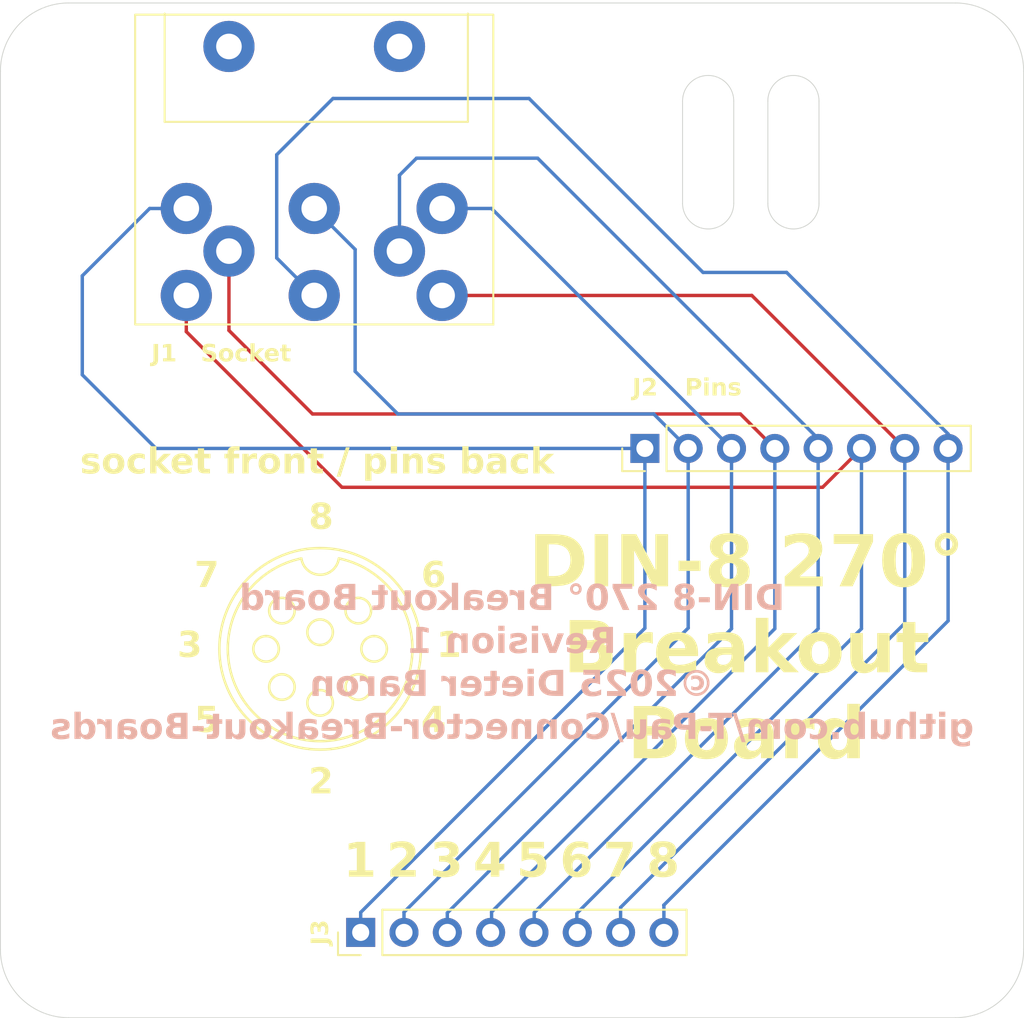
<source format=kicad_pcb>
(kicad_pcb (version 20241229) (generator "pcbnew") (generator_version "9.0")
  (layers (0 "F.Cu" signal) (2 "B.Cu" signal) (13 "F.Paste" user) (15 "B.Paste" user) (5 "F.SilkS" user "F.Silkscreen") (7 "B.SilkS" user "B.Silkscreen") (1 "F.Mask" user) (3 "B.Mask" user) (25 "Edge.Cuts" user))
  (net 0 "")
  (net 1 "Net-(J2-Pin_6)")
  (net 2 "Net-(J2-Pin_2)")
  (net 3 "Net-(J2-Pin_5)")
  (net 4 "Net-(J2-Pin_1)")
  (net 5 "Net-(J2-Pin_4)")
  (net 6 "Net-(J2-Pin_3)")
  (net 7 "Net-(J2-Pin_7)")
  (net 8 "Net-(J2-Pin_8)")
  (footprint "Connector_PinHeader_2.54mm:PinHeader_1x08_P2.54mm_Vertical" (layer "F.Cu") (at 107.79 90.12 90)
    (property "Reference" "J2" (at 3.52 0.01 0) (layer "F.SilkS"))
    (property "Value" "Pins" (at 3.52 4.01 0) (layer "F.SilkS"))
    (fp_line (start -1.33 -1.33) (end 0 -1.33) (stroke (width 0.12)) (layer "F.SilkS"))
    (fp_line (start -1.33 0) (end -1.33 -1.33) (stroke (width 0.12)) (layer "F.SilkS"))
    (fp_line (start 1.33 1.27) (end 1.33 19.11) (stroke (width 0.12)) (layer "F.SilkS"))
    (fp_line (start -1.33 1.27) (end 1.33 1.27) (stroke (width 0.12)) (layer "F.SilkS"))
    (fp_line (start -1.33 1.27) (end -1.33 19.11) (stroke (width 0.12)) (layer "F.SilkS"))
    (fp_line (start -1.33 19.11) (end 1.33 19.11) (stroke (width 0.12)) (layer "F.SilkS"))
    (pad "1" thru_hole rect (at 0 0 90) (size 1.7 1.7) (drill 1) (layers "*.Cu" "*.Mask") (net 4 "Net-(J2-Pin_1)"))
    (pad "2" thru_hole oval (at 0 2.54 90) (size 1.7 1.7) (drill 1) (layers "*.Cu" "*.Mask") (net 2 "Net-(J2-Pin_2)"))
    (pad "3" thru_hole oval (at 0 5.08 90) (size 1.7 1.7) (drill 1) (layers "*.Cu" "*.Mask") (net 6 "Net-(J2-Pin_3)"))
    (pad "4" thru_hole oval (at 0 7.62 90) (size 1.7 1.7) (drill 1) (layers "*.Cu" "*.Mask") (net 5 "Net-(J2-Pin_4)"))
    (pad "5" thru_hole oval (at 0 10.16 90) (size 1.7 1.7) (drill 1) (layers "*.Cu" "*.Mask") (net 3 "Net-(J2-Pin_5)"))
    (pad "6" thru_hole oval (at 0 12.7 90) (size 1.7 1.7) (drill 1) (layers "*.Cu" "*.Mask") (net 1 "Net-(J2-Pin_6)"))
    (pad "7" thru_hole oval (at 0 15.24 90) (size 1.7 1.7) (drill 1) (layers "*.Cu" "*.Mask") (net 7 "Net-(J2-Pin_7)"))
    (pad "8" thru_hole oval (at 0 17.78 90) (size 1.7 1.7) (drill 1) (layers "*.Cu" "*.Mask") (net 8 "Net-(J2-Pin_8)"))
  )
  (footprint "T-Pau:DIN-8-270" (layer "F.Cu") (at 80.9 76.05 180)
    (property "Reference" "J1" (at 1.3 -8.55 0) (layer "F.SilkS"))
    (property "Value" "Socket" (at -3.5 -8.55 0) (layer "F.SilkS"))
    (fp_line (start 1.27 5.08) (end 1.27 11.43) (stroke (width 0.12)) (layer "F.SilkS"))
    (fp_line (start -16.51 11.43) (end -16.51 5.08) (stroke (width 0.12)) (layer "F.SilkS"))
    (fp_line (start -16.51 5.08) (end 1.27 5.08) (stroke (width 0.12)) (layer "F.SilkS"))
    (fp_rect (start -18 -6.8) (end 3 11.365) (stroke (width 0.12)) (fill no) (layer "F.SilkS"))
    (pad "0" thru_hole circle (at -12.5 9.5 180) (size 3 3) (drill 1.5) (layers "*.Cu" "*.Mask"))
    (pad "0" thru_hole circle (at -2.5 9.5 180) (size 3 3) (drill 1.5) (layers "*.Cu" "*.Mask"))
    (pad "1" thru_hole circle (at 0 0 180) (size 3 3) (drill 1.5) (layers "*.Cu" "*.Mask") (net 4 "Net-(J2-Pin_1)"))
    (pad "2" thru_hole circle (at -7.5 0 180) (size 3 3) (drill 1.5) (layers "*.Cu" "*.Mask") (net 2 "Net-(J2-Pin_2)"))
    (pad "3" thru_hole circle (at -15 0 180) (size 3 3) (drill 1.5) (layers "*.Cu" "*.Mask") (net 6 "Net-(J2-Pin_3)"))
    (pad "4" thru_hole circle (at -2.5 -2.5 180) (size 3 3) (drill 1.5) (layers "*.Cu" "*.Mask") (net 5 "Net-(J2-Pin_4)"))
    (pad "5" thru_hole circle (at -12.5 -2.5 180) (size 3 3) (drill 1.5) (layers "*.Cu" "*.Mask") (net 3 "Net-(J2-Pin_5)"))
    (pad "6" thru_hole circle (at 0 -5.1 180) (size 3 3) (drill 1.5) (layers "*.Cu" "*.Mask") (net 1 "Net-(J2-Pin_6)"))
    (pad "7" thru_hole circle (at -15 -5.1 180) (size 3 3) (drill 1.5) (layers "*.Cu" "*.Mask") (net 7 "Net-(J2-Pin_7)"))
    (pad "8" thru_hole circle (at -7.5 -5.1 180) (size 3 3) (drill 1.5) (layers "*.Cu" "*.Mask") (net 8 "Net-(J2-Pin_8)"))
  )
  (footprint "Connector_PinHeader_2.54mm:PinHeader_1x08_P2.54mm_Vertical" (layer "F.Cu") (at 91.125 118.5 90)
    (property "Reference" "J3" (at 0 -2.33 90) (layer "F.SilkS"))
    (property "Value" "Breakout")
    (fp_line (start -1.33 -1.33) (end 0 -1.33) (stroke (width 0.12)) (layer "F.SilkS"))
    (fp_line (start -1.33 0) (end -1.33 -1.33) (stroke (width 0.12)) (layer "F.SilkS"))
    (fp_line (start 1.33 1.27) (end 1.33 19.11) (stroke (width 0.12)) (layer "F.SilkS"))
    (fp_line (start -1.33 1.27) (end 1.33 1.27) (stroke (width 0.12)) (layer "F.SilkS"))
    (fp_line (start -1.33 1.27) (end -1.33 19.11) (stroke (width 0.12)) (layer "F.SilkS"))
    (fp_line (start -1.33 19.11) (end 1.33 19.11) (stroke (width 0.12)) (layer "F.SilkS"))
    (pad "1" thru_hole rect (at 0 0 90) (size 1.7 1.7) (drill 1) (layers "*.Cu" "*.Mask") (net 4 "Net-(J2-Pin_1)"))
    (pad "2" thru_hole oval (at 0 2.54 90) (size 1.7 1.7) (drill 1) (layers "*.Cu" "*.Mask") (net 2 "Net-(J2-Pin_2)"))
    (pad "3" thru_hole oval (at 0 5.08 90) (size 1.7 1.7) (drill 1) (layers "*.Cu" "*.Mask") (net 6 "Net-(J2-Pin_3)"))
    (pad "4" thru_hole oval (at 0 7.62 90) (size 1.7 1.7) (drill 1) (layers "*.Cu" "*.Mask") (net 5 "Net-(J2-Pin_4)"))
    (pad "5" thru_hole oval (at 0 10.16 90) (size 1.7 1.7) (drill 1) (layers "*.Cu" "*.Mask") (net 3 "Net-(J2-Pin_5)"))
    (pad "6" thru_hole oval (at 0 12.7 90) (size 1.7 1.7) (drill 1) (layers "*.Cu" "*.Mask") (net 1 "Net-(J2-Pin_6)"))
    (pad "7" thru_hole oval (at 0 15.24 90) (size 1.7 1.7) (drill 1) (layers "*.Cu" "*.Mask") (net 7 "Net-(J2-Pin_7)"))
    (pad "8" thru_hole oval (at 0 17.78 90) (size 1.7 1.7) (drill 1) (layers "*.Cu" "*.Mask") (net 8 "Net-(J2-Pin_8)"))
  )
  (gr_poly (pts (xy 88.784088 104.291625) (xy 88.822122 104.294515) (xy 88.859603 104.299274) (xy 88.896481 104.305855) (xy 88.932711 104.314211) (xy 88.968246 104.324296) (xy 89.003037 104.336061) (xy 89.03704 104.349461) (xy 89.070206 104.364448) (xy 89.102488 104.380976) (xy 89.13384 104.398997) (xy 89.164214 104.418464) (xy 89.193565 104.439331) (xy 89.221844 104.46155) (xy 89.249004 104.485075) (xy 89.274999 104.509858) (xy 89.299782 104.535853) (xy 89.323306 104.563013) (xy 89.345524 104.59129) (xy 89.366389 104.620638) (xy 89.385853 104.651009) (xy 89.403871 104.682357) (xy 89.420394 104.714635) (xy 89.435376 104.747796) (xy 89.448771 104.781793) (xy 89.46053 104.816578) (xy 89.470608 104.852106) (xy 89.478956 104.888328) (xy 89.485529 104.925199) (xy 89.490279 104.96267) (xy 89.493159 105.000695) (xy 89.494123 105.039228) (xy 89.493159 105.07775) (xy 89.490277 105.115767) (xy 89.485524 105.153231) (xy 89.478947 105.190095) (xy 89.470594 105.226313) (xy 89.460512 105.261836) (xy 89.448747 105.296618) (xy 89.435347 105.330612) (xy 89.420358 105.363772) (xy 89.403829 105.396049) (xy 89.385806 105.427397) (xy 89.366336 105.457769) (xy 89.345466 105.487118) (xy 89.323244 105.515397) (xy 89.299716 105.542558) (xy 89.27493 105.568555) (xy 89.248933 105.593342) (xy 89.221771 105.616869) (xy 89.193493 105.639092) (xy 89.164144 105.659962) (xy 89.133773 105.679433) (xy 89.102426 105.697457) (xy 89.070151 105.713988) (xy 89.036994 105.728979) (xy 89.003002 105.742382) (xy 88.968224 105.754151) (xy 88.932705 105.764238) (xy 88.896493 105.772596) (xy 88.859635 105.779179) (xy 88.822179 105.783939) (xy 88.784171 105.78683) (xy 88.745658 105.787804) (xy 88.707135 105.78683) (xy 88.669118 105.783939) (xy 88.631654 105.779179) (xy 88.59479 105.772596) (xy 88.558573 105.764238) (xy 88.52305 105.754151) (xy 88.488267 105.742382) (xy 88.454273 105.728979) (xy 88.421114 105.713988) (xy 88.388836 105.697457) (xy 88.357488 105.679433) (xy 88.327116 105.659962) (xy 88.297767 105.639092) (xy 88.269488 105.616869) (xy 88.242327 105.593342) (xy 88.21633 105.568555) (xy 88.191543 105.542558) (xy 88.168016 105.515397) (xy 88.145793 105.487118) (xy 88.124923 105.457769) (xy 88.105452 105.427397) (xy 88.087428 105.396049) (xy 88.070897 105.363772) (xy 88.055906 105.330612) (xy 88.042503 105.296618) (xy 88.030734 105.261836) (xy 88.020647 105.226313) (xy 88.012289 105.190095) (xy 88.005706 105.153231) (xy 88.000946 105.115767) (xy 87.998055 105.07775) (xy 87.997081 105.039228) (xy 87.998056 105.000695) (xy 88.000948 104.96267) (xy 88.005711 104.925199) (xy 88.012298 104.888328) (xy 88.020661 104.852106) (xy 88.030753 104.816578) (xy 88.042527 104.781793) (xy 88.055936 104.747796) (xy 88.070933 104.714635) (xy 88.08747 104.682357) (xy 88.1055 104.651009) (xy 88.124977 104.620638) (xy 88.145852 104.59129) (xy 88.168079 104.563013) (xy 88.191611 104.535853) (xy 88.2164 104.509858) (xy 88.2424 104.485075) (xy 88.269562 104.46155) (xy 88.297841 104.439331) (xy 88.327188 104.418464) (xy 88.357557 104.398997) (xy 88.3889 104.380976) (xy 88.42117 104.364448) (xy 88.454321 104.349461) (xy 88.488304 104.336061) (xy 88.523073 104.324296) (xy 88.558581 104.314211) (xy 88.594779 104.305855) (xy 88.631623 104.299274) (xy 88.669063 104.294515) (xy 88.707052 104.291625) (xy 88.745545 104.290652)) (stroke (width 0.1485)) (fill no) (layer "F.SilkS"))
  (gr_poly (pts (xy 86.541883 103.363455) (xy 86.577722 103.366027) (xy 86.613427 103.370311) (xy 86.648931 103.376308) (xy 86.684168 103.384017) (xy 86.719071 103.393438) (xy 86.753574 103.404572) (xy 86.78761 103.417417) (xy 86.821112 103.431974) (xy 86.854014 103.448242) (xy 86.88625 103.466222) (xy 86.917751 103.485913) (xy 86.948453 103.507316) (xy 86.978288 103.530429) (xy 87.00719 103.555253) (xy 87.035091 103.581788) (xy 87.061667 103.60973) (xy 87.086527 103.638668) (xy 87.109674 103.668534) (xy 87.131105 103.699263) (xy 87.150822 103.730789) (xy 87.168824 103.763045) (xy 87.185112 103.795964) (xy 87.199685 103.82948) (xy 87.212543 103.863528) (xy 87.223687 103.898039) (xy 87.233116 103.932949) (xy 87.24083 103.96819) (xy 87.246829 104.003697) (xy 87.251113 104.039402) (xy 87.253683 104.07524) (xy 87.254538 104.111144) (xy 87.253678 104.147047) (xy 87.251103 104.182884) (xy 87.246813 104.218588) (xy 87.240808 104.254092) (xy 87.233088 104.28933) (xy 87.223654 104.324236) (xy 87.212504 104.358743) (xy 87.199639 104.392786) (xy 87.185059 104.426296) (xy 87.168765 104.459209) (xy 87.150755 104.491458) (xy 87.13103 104.522976) (xy 87.10959 104.553697) (xy 87.086434 104.583554) (xy 87.061564 104.612482) (xy 87.034978 104.640414) (xy 87.007066 104.666969) (xy 86.978154 104.69181) (xy 86.948308 104.714939) (xy 86.917596 104.736354) (xy 86.886084 104.756056) (xy 86.853839 104.774045) (xy 86.820927 104.790321) (xy 86.787415 104.804884) (xy 86.75337 104.817734) (xy 86.718858 104.828871) (xy 86.683946 104.838295) (xy 86.648701 104.846006) (xy 86.61319 104.852003) (xy 86.577478 104.856288) (xy 86.541633 104.85886) (xy 86.505721 104.85972) (xy 86.469809 104.858866) (xy 86.433964 104.856299) (xy 86.398253 104.85202) (xy 86.362741 104.846027) (xy 86.327496 104.838322) (xy 86.292584 104.828904) (xy 86.258072 104.817774) (xy 86.224027 104.80493) (xy 86.190515 104.790374) (xy 86.157603 104.774105) (xy 86.125358 104.756124) (xy 86.093846 104.73643) (xy 86.063134 104.715023) (xy 86.033288 104.691904) (xy 86.004376 104.667072) (xy 85.976464 104.640527) (xy 85.94992 104.612605) (xy 85.925088 104.583685) (xy 85.901969 104.553833) (xy 85.880563 104.523117) (xy 85.860869 104.491602) (xy 85.842888 104.459354) (xy 85.82662 104.426442) (xy 85.812065 104.39293) (xy 85.799223 104.358886) (xy 85.788093 104.324376) (xy 85.778677 104.289467) (xy 85.770973 104.254224) (xy 85.764982 104.218716) (xy 85.760705 104.183007) (xy 85.758141 104.147165) (xy 85.757289 104.111256) (xy 85.758151 104.075347) (xy 85.760727 104.039504) (xy 85.765015 104.003794) (xy 85.771017 103.968283) (xy 85.778732 103.933038) (xy 85.788161 103.898125) (xy 85.799303 103.86361) (xy 85.812158 103.829561) (xy 85.826728 103.796044) (xy 85.84301 103.763125) (xy 85.861006 103.730871) (xy 85.880716 103.699348) (xy 85.90214 103.668623) (xy 85.925277 103.638763) (xy 85.950129 103.609833) (xy 85.976694 103.581901) (xy 86.004616 103.555337) (xy 86.033537 103.530487) (xy 86.06339 103.507353) (xy 86.094108 103.485933) (xy 86.125625 103.466228) (xy 86.157874 103.448238) (xy 86.190789 103.431961) (xy 86.224302 103.417399) (xy 86.258348 103.404551) (xy 86.29286 103.393417) (xy 86.32777 103.383997) (xy 86.363013 103.37629) (xy 86.398522 103.370297) (xy 86.43423 103.366017) (xy 86.470071 103.36345) (xy 86.505977 103.362596)) (stroke (width 0.1485)) (fill no) (layer "F.SilkS"))
  (gr_poly (pts (xy 91.022038 98.883456) (xy 91.057882 98.886025) (xy 91.093592 98.890306) (xy 91.129101 98.8963) (xy 91.164343 98.904007) (xy 91.199251 98.913426) (xy 91.233759 98.924557) (xy 91.267799 98.937401) (xy 91.301305 98.951958) (xy 91.334211 98.968227) (xy 91.36645 98.986209) (xy 91.397954 99.005904) (xy 91.428658 99.02731) (xy 91.458495 99.05043) (xy 91.487398 99.075262) (xy 91.5153 99.101807) (xy 91.541855 99.129728) (xy 91.566697 99.158647) (xy 91.589825 99.188498) (xy 91.61124 99.219212) (xy 91.630942 99.250725) (xy 91.64893 99.28297) (xy 91.665205 99.315879) (xy 91.679767 99.349388) (xy 91.692615 99.383428) (xy 91.70375 99.417935) (xy 91.713172 99.452841) (xy 91.72088 99.48808) (xy 91.726874 99.523585) (xy 91.731155 99.55929) (xy 91.733723 99.595129) (xy 91.734577 99.631035) (xy 91.733718 99.666942) (xy 91.731145 99.702783) (xy 91.726858 99.738492) (xy 91.720858 99.774002) (xy 91.713144 99.809246) (xy 91.703717 99.844159) (xy 91.692576 99.878675) (xy 91.679721 99.912725) (xy 91.665153 99.946245) (xy 91.64887 99.979167) (xy 91.630874 100.011425) (xy 91.611165 100.042953) (xy 91.589741 100.073684) (xy 91.566604 100.103552) (xy 91.541753 100.132491) (xy 91.515188 100.160433) (xy 91.487266 100.186978) (xy 91.458345 100.211811) (xy 91.428492 100.234931) (xy 91.397773 100.25634) (xy 91.366256 100.276037) (xy 91.334006 100.294022) (xy 91.301091 100.310294) (xy 91.267577 100.324854) (xy 91.23353 100.337701) (xy 91.199017 100.348836) (xy 91.164105 100.358259) (xy 91.128861 100.365969) (xy 91.09335 100.371966) (xy 91.05764 100.376251) (xy 91.021797 100.378823) (xy 90.985888 100.379682) (xy 90.949979 100.378828) (xy 90.914137 100.376261) (xy 90.878429 100.371981) (xy 90.84292 100.365989) (xy 90.807679 100.358283) (xy 90.772771 100.348864) (xy 90.738262 100.337731) (xy 90.70422 100.324885) (xy 90.670712 100.310326) (xy 90.637803 100.294054) (xy 90.60556 100.276068) (xy 90.574051 100.256368) (xy 90.54334 100.234955) (xy 90.513496 100.211828) (xy 90.484585 100.186987) (xy 90.456673 100.160433) (xy 90.430119 100.13252) (xy 90.405279 100.103608) (xy 90.382154 100.073762) (xy 90.360743 100.04305) (xy 90.341046 100.011538) (xy 90.323063 99.979292) (xy 90.306793 99.94638) (xy 90.292238 99.912868) (xy 90.279396 99.878822) (xy 90.268268 99.844309) (xy 90.258854 99.809396) (xy 90.251152 99.77415) (xy 90.245165 99.738637) (xy 90.24089 99.702923) (xy 90.238328 99.667076) (xy 90.23748 99.631162) (xy 90.238344 99.595248) (xy 90.240921 99.5594) (xy 90.245211 99.523684) (xy 90.251213 99.488169) (xy 90.258928 99.452919) (xy 90.268355 99.418003) (xy 90.279495 99.383486) (xy 90.292346 99.349435) (xy 90.30691 99.315917) (xy 90.323186 99.282999) (xy 90.341173 99.250746) (xy 90.360873 99.219226) (xy 90.382284 99.188506) (xy 90.405406 99.158651) (xy 90.43024 99.129729) (xy 90.456786 99.101807) (xy 90.484708 99.075262) (xy 90.51363 99.05043) (xy 90.543485 99.02731) (xy 90.574205 99.005904) (xy 90.605724 98.986209) (xy 90.637977 98.968227) (xy 90.670895 98.951958) (xy 90.704412 98.937401) (xy 90.738462 98.924557) (xy 90.772978 98.913426) (xy 90.807893 98.904007) (xy 90.843141 98.8963) (xy 90.878655 98.890306) (xy 90.914369 98.886025) (xy 90.950214 98.883456) (xy 90.986126 98.8826)) (stroke (width 0.1485)) (fill no) (layer "F.SilkS"))
  (gr_poly (pts (xy 91.952184 101.124296) (xy 91.990201 101.127186) (xy 92.027665 101.131945) (xy 92.064529 101.138526) (xy 92.100746 101.146882) (xy 92.13627 101.156966) (xy 92.171052 101.168732) (xy 92.205046 101.182132) (xy 92.238205 101.197119) (xy 92.270482 101.213647) (xy 92.30183 101.231667) (xy 92.332202 101.251135) (xy 92.361551 101.272002) (xy 92.38983 101.294221) (xy 92.416991 101.317746) (xy 92.442988 101.342529) (xy 92.467774 101.368524) (xy 92.491302 101.395683) (xy 92.513524 101.42396) (xy 92.534394 101.453308) (xy 92.553865 101.48368) (xy 92.571889 101.515028) (xy 92.58842 101.547306) (xy 92.60341 101.580467) (xy 92.616813 101.614463) (xy 92.628582 101.649249) (xy 92.638669 101.684776) (xy 92.647027 101.720999) (xy 92.65361 101.757869) (xy 92.65837 101.79534) (xy 92.661261 101.833366) (xy 92.662235 101.871898) (xy 92.661261 101.91041) (xy 92.65837 101.948418) (xy 92.65361 101.985873) (xy 92.647027 102.022729) (xy 92.638669 102.058938) (xy 92.628582 102.094454) (xy 92.616813 102.12923) (xy 92.60341 102.163219) (xy 92.58842 102.196373) (xy 92.571889 102.228646) (xy 92.553865 102.259991) (xy 92.534394 102.29036) (xy 92.513524 102.319706) (xy 92.491302 102.347984) (xy 92.467774 102.375144) (xy 92.442988 102.401141) (xy 92.416991 102.425928) (xy 92.38983 102.449456) (xy 92.361551 102.47168) (xy 92.332202 102.492553) (xy 92.30183 102.512027) (xy 92.270482 102.530055) (xy 92.238205 102.54659) (xy 92.205046 102.561586) (xy 92.171052 102.574994) (xy 92.13627 102.586769) (xy 92.100746 102.596863) (xy 92.064529 102.605229) (xy 92.027665 102.611821) (xy 91.990201 102.61659) (xy 91.952184 102.61949) (xy 91.913662 102.620474) (xy 91.875129 102.6195) (xy 91.837103 102.616608) (xy 91.79963 102.611847) (xy 91.762758 102.605262) (xy 91.726533 102.596901) (xy 91.691002 102.586811) (xy 91.656213 102.575039) (xy 91.622213 102.561633) (xy 91.589048 102.546639) (xy 91.556765 102.530105) (xy 91.525412 102.512077) (xy 91.495036 102.492602) (xy 91.465683 102.471729) (xy 91.437401 102.449503) (xy 91.410236 102.425972) (xy 91.384236 102.401183) (xy 91.359447 102.375184) (xy 91.335917 102.34802) (xy 91.313692 102.31974) (xy 91.29282 102.29039) (xy 91.273348 102.260017) (xy 91.255322 102.228669) (xy 91.23879 102.196393) (xy 91.223799 102.163235) (xy 91.210395 102.129243) (xy 91.198626 102.094464) (xy 91.188538 102.058945) (xy 91.180179 102.022733) (xy 91.173596 101.985875) (xy 91.168836 101.948419) (xy 91.165945 101.910411) (xy 91.164971 101.871898) (xy 91.165945 101.833375) (xy 91.168836 101.795359) (xy 91.173596 101.757895) (xy 91.180179 101.721031) (xy 91.188538 101.684814) (xy 91.198626 101.64929) (xy 91.210395 101.614508) (xy 91.223799 101.580514) (xy 91.23879 101.547355) (xy 91.255322 101.515078) (xy 91.273348 101.483729) (xy 91.29282 101.453357) (xy 91.313692 101.424009) (xy 91.335917 101.39573) (xy 91.359447 101.368568) (xy 91.384236 101.342571) (xy 91.410236 101.317785) (xy 91.437401 101.294257) (xy 91.465683 101.272035) (xy 91.495036 101.251164) (xy 91.525412 101.231694) (xy 91.556765 101.213669) (xy 91.589048 101.197138) (xy 91.622213 101.182148) (xy 91.656213 101.168745) (xy 91.691002 101.156976) (xy 91.726533 101.146889) (xy 91.762758 101.13853) (xy 91.79963 101.131947) (xy 91.837103 101.127187) (xy 91.875129 101.124296) (xy 91.913662 101.123322)) (stroke (width 0.1485)) (fill no) (layer "F.SilkS"))
  (gr_poly (pts (xy 91.021527 103.363916) (xy 91.057366 103.366486) (xy 91.093071 103.370769) (xy 91.128576 103.376765) (xy 91.163815 103.384475) (xy 91.198721 103.393897) (xy 91.233227 103.405033) (xy 91.267268 103.417882) (xy 91.300776 103.432445) (xy 91.333686 103.44872) (xy 91.36593 103.466709) (xy 91.397443 103.486411) (xy 91.428158 103.507826) (xy 91.458008 103.530955) (xy 91.486927 103.555796) (xy 91.514848 103.582351) (xy 91.541403 103.610283) (xy 91.566245 103.639213) (xy 91.589373 103.669074) (xy 91.610788 103.699799) (xy 91.63049 103.731322) (xy 91.648479 103.763576) (xy 91.664755 103.796495) (xy 91.679318 103.830013) (xy 91.692168 103.864063) (xy 91.703305 103.898578) (xy 91.712729 103.933492) (xy 91.72044 103.968739) (xy 91.726437 104.004252) (xy 91.730722 104.039964) (xy 91.733294 104.075809) (xy 91.734153 104.11172) (xy 91.7333 104.147632) (xy 91.730733 104.183477) (xy 91.726454 104.219189) (xy 91.720461 104.254702) (xy 91.712756 104.289949) (xy 91.703338 104.324863) (xy 91.692208 104.359378) (xy 91.679364 104.393428) (xy 91.664808 104.426946) (xy 91.64854 104.459865) (xy 91.630558 104.492119) (xy 91.610864 104.523642) (xy 91.589457 104.554367) (xy 91.566338 104.584228) (xy 91.541506 104.613158) (xy 91.514962 104.64109) (xy 91.514962 104.640977) (xy 91.48704 104.667532) (xy 91.458119 104.692374) (xy 91.428266 104.715502) (xy 91.397547 104.736917) (xy 91.36603 104.756619) (xy 91.33378 104.774607) (xy 91.300864 104.790882) (xy 91.26735 104.805444) (xy 91.233302 104.818292) (xy 91.198789 104.829427) (xy 91.163876 104.838849) (xy 91.12863 104.846557) (xy 91.093118 104.852551) (xy 91.057406 104.856832) (xy 91.021561 104.8594) (xy 90.98565 104.860254) (xy 90.949738 104.859395) (xy 90.913893 104.856822) (xy 90.878181 104.852535) (xy 90.842669 104.846535) (xy 90.807423 104.838821) (xy 90.772511 104.829394) (xy 90.737997 104.818253) (xy 90.70395 104.805398) (xy 90.670435 104.79083) (xy 90.637519 104.774547) (xy 90.60527 104.756551) (xy 90.573752 104.736842) (xy 90.543034 104.715418) (xy 90.513181 104.692281) (xy 90.48426 104.66743) (xy 90.456338 104.640865) (xy 90.429783 104.612942) (xy 90.404942 104.584021) (xy 90.381815 104.554168) (xy 90.360401 104.52345) (xy 90.340701 104.491933) (xy 90.322714 104.459683) (xy 90.306441 104.426768) (xy 90.291881 104.393254) (xy 90.279035 104.359207) (xy 90.267901 104.324694) (xy 90.258481 104.289783) (xy 90.250774 104.254538) (xy 90.244779 104.219028) (xy 90.240497 104.183318) (xy 90.237928 104.147475) (xy 90.237072 104.111566) (xy 90.237928 104.075657) (xy 90.240497 104.039815) (xy 90.244778 104.004107) (xy 90.250772 103.968599) (xy 90.258478 103.933357) (xy 90.267896 103.898449) (xy 90.279026 103.863941) (xy 90.291868 103.829899) (xy 90.306421 103.79639) (xy 90.322687 103.763481) (xy 90.340665 103.731239) (xy 90.360354 103.699729) (xy 90.381754 103.669019) (xy 90.404867 103.639175) (xy 90.42969 103.610263) (xy 90.456225 103.582351) (xy 90.484167 103.555796) (xy 90.513105 103.530955) (xy 90.542973 103.507826) (xy 90.573705 103.486411) (xy 90.605232 103.466709) (xy 90.637491 103.44872) (xy 90.670413 103.432445) (xy 90.703932 103.417882) (xy 90.737983 103.405033) (xy 90.772498 103.393897) (xy 90.807411 103.384475) (xy 90.842656 103.376765) (xy 90.878166 103.370769) (xy 90.913874 103.366486) (xy 90.949715 103.363916) (xy 90.985621 103.363059)) (stroke (width 0.1485)) (fill no) (layer "F.SilkS"))
  (gr_poly (pts (xy 86.541219 98.883822) (xy 86.577056 98.886392) (xy 86.612759 98.890675) (xy 86.648263 98.896671) (xy 86.683501 98.904381) (xy 86.718405 98.913803) (xy 86.752911 98.924939) (xy 86.786951 98.937788) (xy 86.820459 98.952351) (xy 86.853368 98.968626) (xy 86.885612 98.986615) (xy 86.917125 99.006317) (xy 86.947839 99.027732) (xy 86.97769 99.05086) (xy 87.006609 99.075702) (xy 87.03453 99.102257) (xy 87.061075 99.130189) (xy 87.085909 99.159118) (xy 87.109032 99.188979) (xy 87.130442 99.219704) (xy 87.150142 99.251227) (xy 87.168129 99.283481) (xy 87.184405 99.3164) (xy 87.198968 99.349917) (xy 87.21182 99.383966) (xy 87.22296 99.41848) (xy 87.232387 99.453393) (xy 87.240102 99.488638) (xy 87.246104 99.524149) (xy 87.250394 99.55986) (xy 87.252971 99.595703) (xy 87.253835 99.631612) (xy 87.252987 99.667521) (xy 87.250425 99.703363) (xy 87.246151 99.739071) (xy 87.240163 99.77458) (xy 87.232462 99.809822) (xy 87.223048 99.844732) (xy 87.21192 99.879242) (xy 87.199078 99.913286) (xy 87.184523 99.946798) (xy 87.168254 99.97971) (xy 87.150271 100.011958) (xy 87.130574 100.043473) (xy 87.109163 100.074189) (xy 87.086037 100.104041) (xy 87.061198 100.132961) (xy 87.034644 100.160883) (xy 87.006731 100.187428) (xy 86.97782 100.212259) (xy 86.947975 100.235377) (xy 86.917265 100.256781) (xy 86.885755 100.276473) (xy 86.853512 100.294452) (xy 86.820603 100.310718) (xy 86.787094 100.325271) (xy 86.753053 100.338111) (xy 86.718544 100.349238) (xy 86.683636 100.358652) (xy 86.648394 100.366354) (xy 86.612886 100.372343) (xy 86.577178 100.376619) (xy 86.541336 100.379183) (xy 86.505427 100.380034) (xy 86.469518 100.379172) (xy 86.433675 100.376598) (xy 86.397965 100.372311) (xy 86.362454 100.366313) (xy 86.32721 100.358601) (xy 86.292298 100.349178) (xy 86.257786 100.338042) (xy 86.223739 100.325193) (xy 86.190225 100.310633) (xy 86.15731 100.29436) (xy 86.12506 100.276375) (xy 86.093543 100.256678) (xy 86.062825 100.23527) (xy 86.032972 100.212149) (xy 86.004051 100.187316) (xy 85.976129 100.160771) (xy 85.949564 100.132848) (xy 85.924715 100.103927) (xy 85.90158 100.074074) (xy 85.880161 100.043356) (xy 85.860456 100.011839) (xy 85.842465 99.979589) (xy 85.826189 99.946674) (xy 85.811626 99.913159) (xy 85.798778 99.879113) (xy 85.787644 99.8446) (xy 85.778224 99.809688) (xy 85.770517 99.774444) (xy 85.764523 99.738933) (xy 85.760243 99.703223) (xy 85.757676 99.66738) (xy 85.756822 99.631471) (xy 85.757681 99.595563) (xy 85.760253 99.559721) (xy 85.764537 99.524012) (xy 85.770534 99.488504) (xy 85.778243 99.453263) (xy 85.787664 99.418354) (xy 85.798798 99.383846) (xy 85.811643 99.349804) (xy 85.8262 99.316296) (xy 85.842468 99.283387) (xy 85.860448 99.251144) (xy 85.88014 99.219635) (xy 85.901542 99.188924) (xy 85.924656 99.15908) (xy 85.94948 99.130169) (xy 85.976015 99.102257) (xy 86.003947 99.075702) (xy 86.032876 99.05086) (xy 86.062735 99.027732) (xy 86.093458 99.006317) (xy 86.124978 98.986615) (xy 86.157229 98.968626) (xy 86.190145 98.952351) (xy 86.223658 98.937788) (xy 86.257703 98.924939) (xy 86.292213 98.913803) (xy 86.327122 98.904381) (xy 86.362362 98.896671) (xy 86.397868 98.890675) (xy 86.433574 98.886392) (xy 86.469411 98.883822) (xy 86.505315 98.882966)) (stroke (width 0.1485)) (fill no) (layer "F.SilkS"))
  (gr_poly (pts (xy 88.78417 100.149706) (xy 88.822178 100.152595) (xy 88.859633 100.157353) (xy 88.896489 100.163932) (xy 88.932698 100.172286) (xy 88.968214 100.182367) (xy 89.00299 100.19413) (xy 89.036978 100.207527) (xy 89.070131 100.22251) (xy 89.102403 100.239035) (xy 89.133747 100.257052) (xy 89.164115 100.276516) (xy 89.19346 100.297379) (xy 89.221735 100.319595) (xy 89.248893 100.343117) (xy 89.274888 100.367897) (xy 89.299671 100.39389) (xy 89.323197 100.421047) (xy 89.345418 100.449323) (xy 89.366286 100.478669) (xy 89.385756 100.50904) (xy 89.403779 100.540389) (xy 89.420309 100.572668) (xy 89.435299 100.60583) (xy 89.448702 100.639829) (xy 89.46047 100.674618) (xy 89.470557 100.71015) (xy 89.478915 100.746377) (xy 89.485498 100.783254) (xy 89.490258 100.820733) (xy 89.493149 100.858767) (xy 89.494123 100.897309) (xy 89.493149 100.935822) (xy 89.490258 100.97383) (xy 89.485498 101.011286) (xy 89.478915 101.048144) (xy 89.470557 101.084356) (xy 89.46047 101.119875) (xy 89.448702 101.154654) (xy 89.435299 101.188646) (xy 89.420309 101.221803) (xy 89.403779 101.25408) (xy 89.385756 101.285428) (xy 89.366286 101.3158) (xy 89.345418 101.34515) (xy 89.323197 101.373431) (xy 89.299671 101.400594) (xy 89.274888 101.426594) (xy 89.248893 101.451383) (xy 89.221735 101.474914) (xy 89.19346 101.49714) (xy 89.164115 101.518013) (xy 89.133747 101.537487) (xy 89.102403 101.555515) (xy 89.070131 101.57205) (xy 89.036978 101.587044) (xy 89.00299 101.60045) (xy 88.968214 101.612222) (xy 88.932698 101.622311) (xy 88.896489 101.630672) (xy 88.859633 101.637257) (xy 88.822178 101.642019) (xy 88.78417 101.644911) (xy 88.745658 101.645885) (xy 88.707135 101.644911) (xy 88.669118 101.642019) (xy 88.631654 101.637257) (xy 88.59479 101.630672) (xy 88.558573 101.622311) (xy 88.52305 101.612222) (xy 88.488267 101.60045) (xy 88.454273 101.587044) (xy 88.421114 101.57205) (xy 88.388836 101.555515) (xy 88.357488 101.537487) (xy 88.327116 101.518013) (xy 88.297767 101.49714) (xy 88.269488 101.474914) (xy 88.242327 101.451383) (xy 88.21633 101.426594) (xy 88.191543 101.400594) (xy 88.168016 101.373431) (xy 88.145793 101.34515) (xy 88.124923 101.3158) (xy 88.105452 101.285428) (xy 88.087428 101.25408) (xy 88.070897 101.221803) (xy 88.055906 101.188646) (xy 88.042503 101.154654) (xy 88.030734 101.119875) (xy 88.020647 101.084356) (xy 88.012289 101.048144) (xy 88.005706 101.011286) (xy 88.000946 100.97383) (xy 87.998055 100.935822) (xy 87.997081 100.897309) (xy 87.998055 100.858777) (xy 88.000946 100.820752) (xy 88.005706 100.783283) (xy 88.012289 100.746414) (xy 88.020647 100.710194) (xy 88.030734 100.674669) (xy 88.042503 100.639887) (xy 88.055906 100.605893) (xy 88.070897 100.572736) (xy 88.087428 100.540461) (xy 88.105452 100.509116) (xy 88.124923 100.478748) (xy 88.145793 100.449404) (xy 88.168016 100.42113) (xy 88.191543 100.393974) (xy 88.21633 100.367982) (xy 88.242327 100.343201) (xy 88.269488 100.319678) (xy 88.297767 100.297461) (xy 88.327116 100.276595) (xy 88.357488 100.257128) (xy 88.388836 100.239107) (xy 88.421114 100.222579) (xy 88.454273 100.20759) (xy 88.488267 100.194188) (xy 88.52305 100.182419) (xy 88.558573 100.17233) (xy 88.59479 100.163969) (xy 88.631654 100.157381) (xy 88.669118 100.152615) (xy 88.707135 100.149717) (xy 88.745658 100.148733)) (stroke (width 0.1485)) (fill no) (layer "F.SilkS"))
  (gr_poly (pts (xy 87.655848 96.619981) (xy 87.666151 96.66953) (xy 87.678625 96.718248) (xy 87.693216 96.76608) (xy 87.709871 96.812972) (xy 87.728538 96.858871) (xy 87.749161 96.903724) (xy 87.77169 96.947476) (xy 87.796069 96.990073) (xy 87.822247 97.031462) (xy 87.85017 97.07159) (xy 87.879784 97.110402) (xy 87.911037 97.147844) (xy 87.943875 97.183863) (xy 87.978246 97.218406) (xy 88.014096 97.251418) (xy 88.051371 97.282845) (xy 88.090019 97.312635) (xy 88.129986 97.340732) (xy 88.17122 97.367084) (xy 88.213667 97.391637) (xy 88.257274 97.414337) (xy 88.301987 97.43513) (xy 88.347754 97.453962) (xy 88.394521 97.47078) (xy 88.442235 97.48553) (xy 88.490843 97.498158) (xy 88.540292 97.508611) (xy 88.590529 97.516834) (xy 88.6415 97.522775) (xy 88.693152 97.526378) (xy 88.745432 97.527592) (xy 88.797743 97.526379) (xy 88.849424 97.522776) (xy 88.900422 97.516837) (xy 88.950683 97.508616) (xy 89.000156 97.498166) (xy 89.048786 97.485541) (xy 89.09652 97.470795) (xy 89.143306 97.453981) (xy 89.18909 97.435154) (xy 89.233818 97.414366) (xy 89.277439 97.391672) (xy 89.319899 97.367126) (xy 89.361144 97.34078) (xy 89.401122 97.31269) (xy 89.43978 97.282908) (xy 89.477063 97.251488) (xy 89.51292 97.218484) (xy 89.547297 97.18395) (xy 89.580141 97.147939) (xy 89.611399 97.110506) (xy 89.641017 97.071703) (xy 89.668943 97.031585) (xy 89.695123 96.990206) (xy 89.719505 96.947618) (xy 89.742035 96.903876) (xy 89.76266 96.859034) (xy 89.781327 96.813145) (xy 89.797983 96.766262) (xy 89.812574 96.718441) (xy 89.825048 96.669734) (xy 89.835351 96.620195) (xy 89.843431 96.569878) (xy 90.072559 96.62231) (xy 90.297879 96.684321) (xy 90.519164 96.755684) (xy 90.736186 96.836173) (xy 90.948718 96.925558) (xy 91.156533 97.023615) (xy 91.359404 97.130114) (xy 91.557102 97.244829) (xy 91.936076 97.497998) (xy 92.291634 97.781304) (xy 92.62196 98.092928) (xy 92.925235 98.431052) (xy 93.19964 98.793859) (xy 93.325449 98.98395) (xy 93.443358 99.17953) (xy 93.55314 99.380371) (xy 93.654569 99.586247) (xy 93.747417 99.79693) (xy 93.831456 100.012193) (xy 93.906459 100.231808) (xy 93.972199 100.455549) (xy 94.02845 100.683187) (xy 94.074982 100.914497) (xy 94.11157 101.14925) (xy 94.137985 101.387219) (xy 94.154001 101.628178) (xy 94.15939 101.871898) (xy 94.152345 102.150468) (xy 94.131438 102.425383) (xy 94.097009 102.696303) (xy 94.049397 102.962888) (xy 93.988944 103.224797) (xy 93.915989 103.481691) (xy 93.830872 103.733229) (xy 93.733934 103.97907) (xy 93.625515 104.218875) (xy 93.505955 104.452303) (xy 93.375594 104.679013) (xy 93.234773 104.898667) (xy 93.083831 105.110922) (xy 92.92311 105.315439) (xy 92.752948 105.511879) (xy 92.573687 105.699899) (xy 92.385666 105.879161) (xy 92.189226 106.049323) (xy 91.984706 106.210047) (xy 91.772448 106.36099) (xy 91.552791 106.501814) (xy 91.326076 106.632177) (xy 91.092642 106.751739) (xy 90.85283 106.860161) (xy 90.60698 106.957102) (xy 90.355432 107.042221) (xy 90.098527 107.115179) (xy 89.836605 107.175634) (xy 89.570005 107.223248) (xy 89.299068 107.257679) (xy 89.024135 107.278587) (xy 88.745545 107.285632) (xy 88.466955 107.278587) (xy 88.192023 107.257679) (xy 87.921088 107.223248) (xy 87.65449 107.175634) (xy 87.39257 107.115179) (xy 87.135668 107.042221) (xy 86.884124 106.957102) (xy 86.638278 106.860161) (xy 86.39847 106.751739) (xy 86.165041 106.632177) (xy 85.93833 106.501814) (xy 85.718678 106.36099) (xy 85.506425 106.210047) (xy 85.301911 106.049323) (xy 85.105476 105.879161) (xy 84.91746 105.699899) (xy 84.738204 105.511879) (xy 84.568048 105.315439) (xy 84.407331 105.110922) (xy 84.256395 104.898667) (xy 84.115578 104.679013) (xy 83.985222 104.452303) (xy 83.865667 104.218875) (xy 83.757252 103.97907) (xy 83.660318 103.733229) (xy 83.575204 103.481691) (xy 83.502252 103.224797) (xy 83.441801 102.962888) (xy 83.394192 102.696303) (xy 83.359764 102.425383) (xy 83.338858 102.150468) (xy 83.331813 101.871898) (xy 83.337202 101.628178) (xy 83.353218 101.387219) (xy 83.379634 101.14925) (xy 83.416221 100.914497) (xy 83.462754 100.683187) (xy 83.519004 100.455547) (xy 83.584744 100.231806) (xy 83.659748 100.012189) (xy 83.743787 99.796925) (xy 83.836634 99.58624) (xy 83.938063 99.380362) (xy 84.047845 99.179518) (xy 84.165754 98.983935) (xy 84.291562 98.79384) (xy 84.425043 98.609461) (xy 84.565968 98.431024) (xy 84.71411 98.258757) (xy 84.869242 98.092888) (xy 85.031137 97.933643) (xy 85.199568 97.781249) (xy 85.374307 97.635934) (xy 85.555126 97.497925) (xy 85.7418 97.36745) (xy 85.934099 97.244735) (xy 86.131798 97.130007) (xy 86.334668 97.023494) (xy 86.542483 96.925423) (xy 86.755015 96.836022) (xy 86.972037 96.755517) (xy 87.193321 96.684136) (xy 87.418641 96.622105) (xy 87.647768 96.569653)) (stroke (width 0.1485)) (fill no) (layer "F.SilkS"))
  (gr_poly (pts (xy 89.049689 95.970965) (xy 89.34973 95.993782) (xy 89.64541 96.031356) (xy 89.936358 96.083317) (xy 90.222203 96.149293) (xy 90.502572 96.228912) (xy 90.777096 96.321805) (xy 91.045402 96.427598) (xy 91.307119 96.545922) (xy 91.561877 96.676405) (xy 91.809302 96.818676) (xy 92.049025 96.972363) (xy 92.280674 97.137096) (xy 92.503877 97.312502) (xy 92.718264 97.498212) (xy 92.923463 97.693853) (xy 93.119102 97.899054) (xy 93.30481 98.113445) (xy 93.480216 98.336654) (xy 93.644949 98.568309) (xy 93.798637 98.80804) (xy 93.940909 99.055476) (xy 94.071394 99.310244) (xy 94.18972 99.571975) (xy 94.295516 99.840296) (xy 94.38841 100.114836) (xy 94.468032 100.395225) (xy 94.53401 100.68109) (xy 94.585972 100.972062) (xy 94.623548 101.267767) (xy 94.646366 101.567837) (xy 94.654054 101.871898) (xy 94.646366 102.175929) (xy 94.623548 102.475972) (xy 94.585972 102.771654) (xy 94.53401 103.062604) (xy 94.468032 103.348452) (xy 94.38841 103.628824) (xy 94.295516 103.903352) (xy 94.18972 104.171662) (xy 94.071394 104.433383) (xy 93.940909 104.688145) (xy 93.798637 104.935575) (xy 93.644949 105.175303) (xy 93.480216 105.406957) (xy 93.30481 105.630165) (xy 93.119102 105.844557) (xy 92.923463 106.049761) (xy 92.718264 106.245405) (xy 92.503877 106.431118) (xy 92.280674 106.60653) (xy 92.049025 106.771267) (xy 91.809302 106.92496) (xy 91.561877 107.067237) (xy 91.307119 107.197726) (xy 91.045402 107.316056) (xy 90.777096 107.421855) (xy 90.502572 107.514753) (xy 90.222203 107.594378) (xy 89.936358 107.660358) (xy 89.64541 107.712323) (xy 89.34973 107.7499) (xy 89.049689 107.772719) (xy 88.745658 107.780407) (xy 88.441607 107.772719) (xy 88.141547 107.7499) (xy 87.84585 107.712323) (xy 87.554887 107.660358) (xy 87.269029 107.594378) (xy 86.988648 107.514753) (xy 86.714114 107.421855) (xy 86.445799 107.316056) (xy 86.184074 107.197726) (xy 85.929311 107.067237) (xy 85.681881 106.92496) (xy 85.442154 106.771267) (xy 85.210502 106.60653) (xy 84.987297 106.431118) (xy 84.772909 106.245405) (xy 84.567711 106.049761) (xy 84.372072 105.844557) (xy 84.186365 105.630165) (xy 84.01096 105.406957) (xy 83.846229 105.175303) (xy 83.692543 104.935575) (xy 83.550274 104.688145) (xy 83.419792 104.433383) (xy 83.301469 104.171662) (xy 83.195675 103.903352) (xy 83.102784 103.628824) (xy 83.023164 103.348452) (xy 82.957189 103.062604) (xy 82.905228 102.771654) (xy 82.867654 102.475972) (xy 82.844837 102.175929) (xy 82.837149 101.871898) (xy 82.844837 101.567837) (xy 82.867654 101.267767) (xy 82.905228 100.972062) (xy 82.957189 100.68109) (xy 83.023164 100.395225) (xy 83.102784 100.114836) (xy 83.195675 99.840296) (xy 83.301469 99.571975) (xy 83.419792 99.310244) (xy 83.550274 99.055476) (xy 83.692543 98.80804) (xy 83.846229 98.568309) (xy 84.01096 98.336654) (xy 84.186365 98.113445) (xy 84.372072 97.899054) (xy 84.567711 97.693853) (xy 84.772909 97.498212) (xy 84.987297 97.312502) (xy 85.210502 97.137096) (xy 85.442154 96.972363) (xy 85.681881 96.818676) (xy 85.929311 96.676405) (xy 86.184074 96.545922) (xy 86.445799 96.427598) (xy 86.714114 96.321805) (xy 86.988648 96.228912) (xy 87.269029 96.149293) (xy 87.554887 96.083317) (xy 87.84585 96.031356) (xy 88.141547 95.993782) (xy 88.441607 95.970965) (xy 88.745658 95.963277)) (stroke (width 0.1485)) (fill no) (layer "F.SilkS"))
  (gr_poly (pts (xy 85.616064 101.124296) (xy 85.654081 101.127186) (xy 85.691544 101.131945) (xy 85.728408 101.138526) (xy 85.764625 101.146882) (xy 85.800148 101.156966) (xy 85.83493 101.168732) (xy 85.868924 101.182132) (xy 85.902084 101.197119) (xy 85.934361 101.213647) (xy 85.965709 101.231667) (xy 85.996081 101.251135) (xy 86.025429 101.272002) (xy 86.053708 101.294221) (xy 86.08087 101.317746) (xy 86.106867 101.342529) (xy 86.131653 101.368524) (xy 86.155181 101.395683) (xy 86.177403 101.42396) (xy 86.198273 101.453308) (xy 86.217744 101.48368) (xy 86.235768 101.515028) (xy 86.252299 101.547306) (xy 86.26729 101.580467) (xy 86.280693 101.614463) (xy 86.292462 101.649249) (xy 86.302549 101.684776) (xy 86.310907 101.720999) (xy 86.31749 101.757869) (xy 86.322251 101.79534) (xy 86.325141 101.833366) (xy 86.326115 101.871898) (xy 86.325141 101.91041) (xy 86.322251 101.948418) (xy 86.31749 101.985873) (xy 86.310907 102.022729) (xy 86.302549 102.058938) (xy 86.292462 102.094454) (xy 86.280693 102.12923) (xy 86.26729 102.163219) (xy 86.252299 102.196373) (xy 86.235768 102.228646) (xy 86.217744 102.259991) (xy 86.198273 102.29036) (xy 86.177403 102.319706) (xy 86.155181 102.347984) (xy 86.131653 102.375144) (xy 86.106867 102.401141) (xy 86.08087 102.425928) (xy 86.053708 102.449456) (xy 86.025429 102.47168) (xy 85.996081 102.492553) (xy 85.965709 102.512027) (xy 85.934361 102.530055) (xy 85.902084 102.54659) (xy 85.868924 102.561586) (xy 85.83493 102.574994) (xy 85.800148 102.586769) (xy 85.764625 102.596863) (xy 85.728408 102.605229) (xy 85.691544 102.611821) (xy 85.654081 102.61659) (xy 85.616064 102.61949) (xy 85.577542 102.620474) (xy 85.539009 102.6195) (xy 85.500983 102.616608) (xy 85.463512 102.611847) (xy 85.426641 102.605262) (xy 85.390419 102.596901) (xy 85.354891 102.586811) (xy 85.320106 102.575039) (xy 85.286109 102.561633) (xy 85.252948 102.546639) (xy 85.22067 102.530105) (xy 85.189322 102.512077) (xy 85.15895 102.492602) (xy 85.129602 102.471729) (xy 85.101325 102.449503) (xy 85.074166 102.425972) (xy 85.048171 102.401183) (xy 85.023387 102.375184) (xy 84.999863 102.34802) (xy 84.977643 102.31974) (xy 84.956777 102.29039) (xy 84.937309 102.260017) (xy 84.919288 102.228669) (xy 84.902761 102.196393) (xy 84.887774 102.163235) (xy 84.874374 102.129243) (xy 84.862608 102.094464) (xy 84.852524 102.058945) (xy 84.844168 102.022733) (xy 84.837587 101.985875) (xy 84.832828 101.948419) (xy 84.829938 101.910411) (xy 84.828964 101.871898) (xy 84.829938 101.833375) (xy 84.832828 101.795359) (xy 84.837587 101.757895) (xy 84.844168 101.721031) (xy 84.852524 101.684814) (xy 84.862608 101.64929) (xy 84.874374 101.614508) (xy 84.887774 101.580514) (xy 84.902761 101.547355) (xy 84.919288 101.515078) (xy 84.937309 101.483729) (xy 84.956777 101.453357) (xy 84.977643 101.424009) (xy 84.999863 101.39573) (xy 85.023387 101.368568) (xy 85.048171 101.342571) (xy 85.074166 101.317785) (xy 85.101325 101.294257) (xy 85.129602 101.272035) (xy 85.15895 101.251164) (xy 85.189322 101.231694) (xy 85.22067 101.213669) (xy 85.252948 101.197138) (xy 85.286109 101.182148) (xy 85.320106 101.168745) (xy 85.354891 101.156976) (xy 85.390419 101.146889) (xy 85.426641 101.13853) (xy 85.463512 101.131947) (xy 85.500983 101.127187) (xy 85.539009 101.124296) (xy 85.577542 101.123322)) (stroke (width 0.1485)) (fill no) (layer "F.SilkS"))
  (gr_line (start 70 119.5) (end 70 68) (stroke (width 0.05)) (layer "Edge.Cuts"))
  (gr_line (start 110 69.75) (end 110 75.75) (stroke (width 0.05)) (layer "Edge.Cuts"))
  (gr_arc (start 113 75.75) (mid 111.5 77.25) (end 110 75.75) (stroke (width 0.05)) (layer "Edge.Cuts"))
  (gr_line (start 118 75.75) (end 118 69.75) (stroke (width 0.05)) (layer "Edge.Cuts"))
  (gr_line (start 115 69.75) (end 115 75.75) (stroke (width 0.05)) (layer "Edge.Cuts"))
  (gr_arc (start 126 64) (mid 128.828427 65.171573) (end 130 68) (stroke (width 0.05)) (layer "Edge.Cuts"))
  (gr_arc (start 115 69.75) (mid 116.5 68.25) (end 118 69.75) (stroke (width 0.05)) (layer "Edge.Cuts"))
  (gr_arc (start 130 119.5) (mid 128.828427 122.328427) (end 126 123.5) (stroke (width 0.05)) (layer "Edge.Cuts"))
  (gr_line (start 130 68) (end 130 119.5) (stroke (width 0.05)) (layer "Edge.Cuts"))
  (gr_line (start 74 64) (end 126 64) (stroke (width 0.05)) (layer "Edge.Cuts"))
  (gr_line (start 126 123.5) (end 74 123.5) (stroke (width 0.05)) (layer "Edge.Cuts"))
  (gr_line (start 113 75.75) (end 113 69.75) (stroke (width 0.05)) (layer "Edge.Cuts"))
  (gr_arc (start 74 123.5) (mid 71.171573 122.328427) (end 70 119.5) (stroke (width 0.05)) (layer "Edge.Cuts"))
  (gr_arc (start 118 75.75) (mid 116.5 77.25) (end 115 75.75) (stroke (width 0.05)) (layer "Edge.Cuts"))
  (gr_arc (start 110 69.75) (mid 111.5 68.25) (end 113 69.75) (stroke (width 0.05)) (layer "Edge.Cuts"))
  (gr_arc (start 70 68) (mid 71.171573 65.171573) (end 74 64) (stroke (width 0.05)) (layer "Edge.Cuts"))
  (gr_text "2" (at 88.8 110.6 0) (layer "F.SilkS") (effects (font (size 1.5 1.5) (thickness 0.25) (bold yes)) (justify bottom)))
  (gr_text "1" (at 91.08 115.57 0) (layer "F.SilkS") (effects (font (size 2 2) (thickness 0.1)) (justify bottom)))
  (gr_text "8" (at 88.8 95.090862 0) (layer "F.SilkS") (effects (font (size 1.5 1.5) (thickness 0.25) (bold yes)) (justify bottom)))
  (gr_text "2" (at 93.62 115.57 0) (layer "F.SilkS") (effects (font (size 2 2) (thickness 0.1)) (justify bottom)))
  (gr_text "4" (at 98.7 115.57 0) (layer "F.SilkS") (effects (font (size 2 2) (thickness 0.1)) (justify bottom)))
  (gr_text "7" (at 106.32 115.57 0) (layer "F.SilkS") (effects (font (size 2 2) (thickness 0.1)) (justify bottom)))
  (gr_text "4" (at 95.4 107 0) (layer "F.SilkS") (effects (font (size 1.5 1.5) (thickness 0.25) (bold yes)) (justify bottom)))
  (gr_text "5" (at 82.1 107 0) (layer "F.SilkS") (effects (font (size 1.5 1.5) (thickness 0.25) (bold yes)) (justify bottom)))
  (gr_text "socket front / pins back" (at 88.567449 91.838729 0) (layer "F.SilkS") (effects (font (size 1.5 1.5) (thickness 0.25) (bold yes)) (justify bottom)))
  (gr_text "1" (at 96.3 102.6 0) (layer "F.SilkS") (effects (font (size 1.5 1.5) (thickness 0.25) (bold yes)) (justify bottom)))
  (gr_text "5" (at 101.24 115.57 0) (layer "F.SilkS") (effects (font (size 2 2) (thickness 0.1)) (justify bottom)))
  (gr_text "7" (at 82.1 98.5 0) (layer "F.SilkS") (effects (font (size 1.5 1.5) (thickness 0.25) (bold yes)) (justify bottom)))
  (gr_text "3" (at 81.1 102.6 0) (layer "F.SilkS") (effects (font (size 1.5 1.5) (thickness 0.25) (bold yes)) (justify bottom)))
  (gr_text "DIN-8 270°\nBreakout\nBoard" (at 113.75 102 0) (layer "F.SilkS") (effects (font (size 3 3) (thickness 0.1))))
  (gr_text "6" (at 95.4 98.5 0) (layer "F.SilkS") (effects (font (size 1.5 1.5) (thickness 0.25) (bold yes)) (justify bottom)))
  (gr_text "6" (at 103.78 115.57 0) (layer "F.SilkS") (effects (font (size 2 2) (thickness 0.1)) (justify bottom)))
  (gr_text "8" (at 108.86 115.57 0) (layer "F.SilkS") (effects (font (size 2 2) (thickness 0.1)) (justify bottom)))
  (gr_text "3" (at 96.16 115.57 0) (layer "F.SilkS") (effects (font (size 2 2) (thickness 0.1)) (justify bottom)))
  (gr_text "DIN-8 270° Breakout Board\nRevision 1\n©2025 Dieter Baron\ngithub.com/T-Pau/Connector-Breakout-Boards" (at 100 102.75 0) (layer "B.SilkS") (effects (font (size 1.5 1.5) (thickness 0.1)) (justify mirror)))
  (segment (start 90.02868 92.4) (end 118.21 92.4) (width 0.2) (layer "F.Cu") (net 1))
  (segment (start 80.9 81.15) (end 80.9 83.27132) (width 0.2) (layer "F.Cu") (net 1))
  (segment (start 118.21 92.4) (end 120.49 90.12) (width 0.2) (layer "F.Cu") (net 1))
  (segment (start 80.9 83.27132) (end 90.02868 92.4) (width 0.2) (layer "F.Cu") (net 1))
  (segment (start 120.49 100.689999) (end 103.8 117.379999) (width 0.2) (layer "B.Cu") (net 1))
  (segment (start 120.49 90.12) (end 120.49 100.689999) (width 0.2) (layer "B.Cu") (net 1))
  (segment (start 103.8 117.379999) (end 103.8 118.475) (width 0.2) (layer "B.Cu") (net 1))
  (segment (start 108.31 88.1) (end 110.33 90.12) (width 0.2) (layer "B.Cu") (net 2))
  (segment (start 88.4 76.05) (end 90.8 78.45) (width 0.2) (layer "B.Cu") (net 2))
  (segment (start 93.665 118.5) (end 93.665 117.315) (width 0.2) (layer "B.Cu") (net 2))
  (segment (start 93.665 117.315) (end 110.33 100.65) (width 0.2) (layer "B.Cu") (net 2))
  (segment (start 110.33 100.65) (end 110.33 90.12) (width 0.2) (layer "B.Cu") (net 2))
  (segment (start 93.3 88.1) (end 108.31 88.1) (width 0.2) (layer "B.Cu") (net 2))
  (segment (start 90.8 78.45) (end 90.8 85.6) (width 0.2) (layer "B.Cu") (net 2))
  (segment (start 90.8 85.6) (end 93.3 88.1) (width 0.2) (layer "B.Cu") (net 2))
  (segment (start 101.3 117.34) (end 101.3 118.485) (width 0.2) (layer "B.Cu") (net 3))
  (segment (start 117.95 90.12) (end 117.95 100.69) (width 0.2) (layer "B.Cu") (net 3))
  (segment (start 94.4 73.1) (end 101.5 73.1) (width 0.2) (layer "B.Cu") (net 3))
  (segment (start 93.4 78.55) (end 93.4 74.1) (width 0.2) (layer "B.Cu") (net 3))
  (segment (start 93.4 74.1) (end 94.4 73.1) (width 0.2) (layer "B.Cu") (net 3))
  (segment (start 117.95 100.69) (end 101.3 117.34) (width 0.2) (layer "B.Cu") (net 3))
  (segment (start 101.5 73.1) (end 117.95 89.55) (width 0.2) (layer "B.Cu") (net 3))
  (segment (start 107.79 90.12) (end 79.12 90.12) (width 0.2) (layer "B.Cu") (net 4))
  (segment (start 79.12 90.12) (end 74.8 85.8) (width 0.2) (layer "B.Cu") (net 4))
  (segment (start 91.125 118.5) (end 91.125 117.325) (width 0.2) (layer "B.Cu") (net 4))
  (segment (start 74.8 85.8) (end 74.8 80) (width 0.2) (layer "B.Cu") (net 4))
  (segment (start 107.79 100.66) (end 107.79 90.12) (width 0.2) (layer "B.Cu") (net 4))
  (segment (start 74.8 80) (end 78.75 76.05) (width 0.2) (layer "B.Cu") (net 4))
  (segment (start 91.125 117.325) (end 107.79 100.66) (width 0.2) (layer "B.Cu") (net 4))
  (segment (start 78.75 76.05) (end 80.9 76.05) (width 0.2) (layer "B.Cu") (net 4))
  (segment (start 115.41 90.12) (end 113.39 88.1) (width 0.2) (layer "F.Cu") (net 5))
  (segment (start 113.39 88.1) (end 88.3 88.1) (width 0.2) (layer "F.Cu") (net 5))
  (segment (start 83.4 83.2) (end 83.4 78.55) (width 0.2) (layer "F.Cu") (net 5))
  (segment (start 88.3 88.1) (end 83.4 83.2) (width 0.2) (layer "F.Cu") (net 5))
  (segment (start 115.41 100.69) (end 98.8 117.3) (width 0.2) (layer "B.Cu") (net 5))
  (segment (start 98.8 117.3) (end 98.8 118.445) (width 0.2) (layer "B.Cu") (net 5))
  (segment (start 115.41 90.12) (end 115.41 100.69) (width 0.2) (layer "B.Cu") (net 5))
  (segment (start 112.87 90.12) (end 112.87 100.69) (width 0.2) (layer "B.Cu") (net 6))
  (segment (start 112.87 100.69) (end 96.205 117.355) (width 0.2) (layer "B.Cu") (net 6))
  (segment (start 95.9 76.05) (end 98.8 76.05) (width 0.2) (layer "B.Cu") (net 6))
  (segment (start 98.8 76.05) (end 112.87 90.12) (width 0.2) (layer "B.Cu") (net 6))
  (segment (start 96.205 117.355) (end 96.205 118.5) (width 0.2) (layer "B.Cu") (net 6))
  (segment (start 114.06 81.15) (end 95.9 81.15) (width 0.2) (layer "F.Cu") (net 7))
  (segment (start 123.03 90.12) (end 114.06 81.15) (width 0.2) (layer "F.Cu") (net 7))
  (segment (start 106.365 118.5) (end 106.365 117.035) (width 0.2) (layer "B.Cu") (net 7))
  (segment (start 106.365 117.035) (end 123.03 100.37) (width 0.2) (layer "B.Cu") (net 7))
  (segment (start 123.03 100.37) (end 123.03 90.12) (width 0.2) (layer "B.Cu") (net 7))
  (segment (start 108.9 116.9) (end 125.57 100.23) (width 0.2) (layer "B.Cu") (net 8))
  (segment (start 108.905 116.905) (end 108.9 116.9) (width 0.2) (layer "B.Cu") (net 8))
  (segment (start 116.1 79.8) (end 125.57 89.27) (width 0.2) (layer "B.Cu") (net 8))
  (segment (start 86.2 78.95) (end 86.2 72.9) (width 0.2) (layer "B.Cu") (net 8))
  (segment (start 125.57 100.23) (end 125.57 90.12) (width 0.2) (layer "B.Cu") (net 8))
  (segment (start 125.57 89.27) (end 125.57 90.12) (width 0.2) (layer "B.Cu") (net 8))
  (segment (start 101 69.6) (end 111.2 79.8) (width 0.2) (layer "B.Cu") (net 8))
  (segment (start 86.2 72.9) (end 89.5 69.6) (width 0.2) (layer "B.Cu") (net 8))
  (segment (start 89.5 69.6) (end 101 69.6) (width 0.2) (layer "B.Cu") (net 8))
  (segment (start 88.4 81.15) (end 86.2 78.95) (width 0.2) (layer "B.Cu") (net 8))
  (segment (start 111.2 79.8) (end 116.1 79.8) (width 0.2) (layer "B.Cu") (net 8))
  (segment (start 108.905 118.5) (end 108.905 116.905) (width 0.2) (layer "B.Cu") (net 8))
)
</source>
